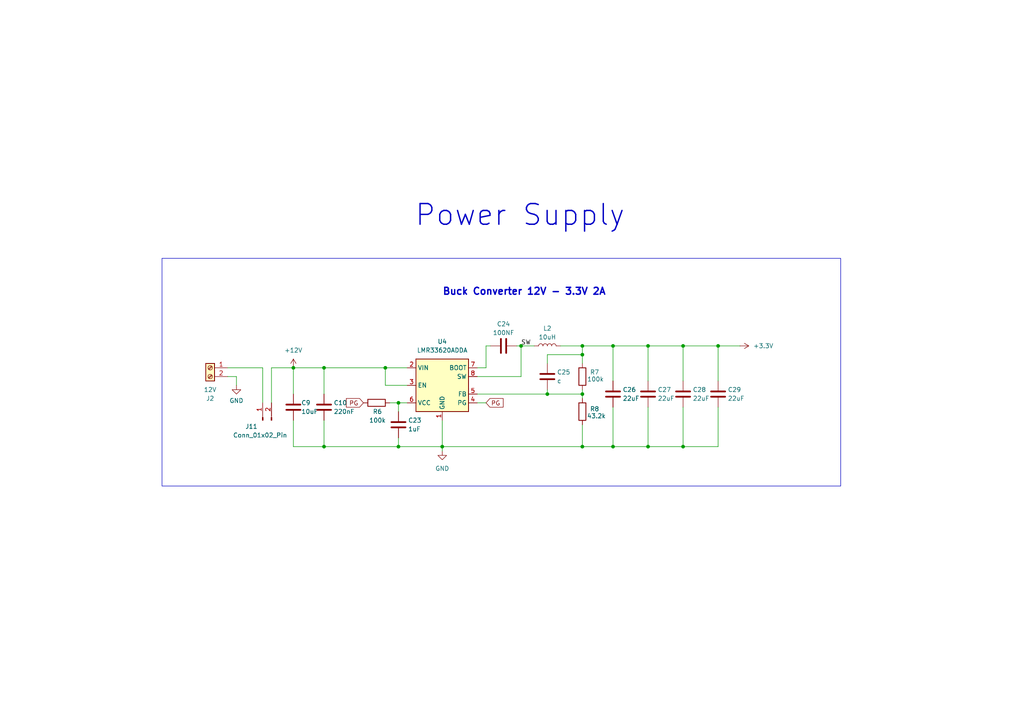
<source format=kicad_sch>
(kicad_sch (version 20231120) (generator "eeschema") (generator_version "8.0")
  (paper "A4")
  (lib_symbols
    (symbol "Connector:Conn_01x02_Pin" (pin_names (offset 1.016) hide)
      (property "Reference" "J" (at 0 2.54 0))
      (property "Value" "Conn_01x02_Pin" (at 0 -5.08 0))
      (symbol "Conn_01x02_Pin_1_1"
        (polyline (pts (xy 1.27 -2.54) (xy 0.8636 -2.54)) (stroke (width 0.1524)))
        (polyline (pts (xy 1.27 0) (xy 0.8636 0)) (stroke (width 0.1524)))
        (rectangle (start 0.8636 -2.413) (end 0 -2.667) (stroke (width 0.1524)) (fill (type outline)))
        (rectangle (start 0.8636 0.127) (end 0 -0.127) (stroke (width 0.1524)) (fill (type outline)))
        (pin passive line (at 5.08 0 180) (length 3.81) (name "Pin_1") (number "1"))
        (pin passive line (at 5.08 -2.54 180) (length 3.81) (name "Pin_2") (number "2"))
      )
    )
    (symbol "Connector:Screw_Terminal_01x02" (pin_names (offset 1.016) hide)
      (property "Reference" "J" (at 0 2.54 0))
      (property "Value" "Screw_Terminal_01x02" (at 0 -5.08 0))
      (symbol "Screw_Terminal_01x02_1_1"
        (rectangle (start -1.27 1.27) (end 1.27 -3.81) (stroke (width 0.254)) (fill (type background)))
        (circle (center 0 -2.54) (radius 0.635) (stroke (width 0.1524)))
        (polyline (pts (xy -0.5334 -2.2098) (xy 0.3302 -3.048)) (stroke (width 0.1524)))
        (polyline (pts (xy -0.5334 0.3302) (xy 0.3302 -0.508)) (stroke (width 0.1524)))
        (polyline (pts (xy -0.3556 -2.032) (xy 0.508 -2.8702)) (stroke (width 0.1524)))
        (polyline (pts (xy -0.3556 0.508) (xy 0.508 -0.3302)) (stroke (width 0.1524)))
        (circle (center 0 0) (radius 0.635) (stroke (width 0.1524)))
        (pin passive line (at -5.08 0 0) (length 3.81) (name "Pin_1") (number "1"))
        (pin passive line (at -5.08 -2.54 0) (length 3.81) (name "Pin_2") (number "2"))
      )
    )
    (symbol "Device:C" (pin_numbers hide) (pin_names (offset 0.254))
      (property "Reference" "C" (at 0.635 2.54 0))
      (property "Value" "C" (at 0.635 -2.54 0))
      (symbol "C_0_1"
        (polyline (pts (xy -2.032 -0.762) (xy 2.032 -0.762)) (stroke (width 0.508)))
        (polyline (pts (xy -2.032 0.762) (xy 2.032 0.762)) (stroke (width 0.508)))
      )
      (symbol "C_1_1"
        (pin passive line (at 0 3.81 270) (length 2.794) (name "~") (number "1"))
        (pin passive line (at 0 -3.81 90) (length 2.794) (name "~") (number "2"))
      )
    )
    (symbol "Device:L" (pin_numbers hide) (pin_names (offset 1.016) hide)
      (property "Reference" "L" (at -1.27 0 90))
      (property "Value" "L" (at 1.905 0 90))
      (symbol "L_0_1"
        (arc (start 0 -2.54) (mid 0.6323 -1.905) (end 0 -1.27))
        (arc (start 0 -1.27) (mid 0.6323 -0.635) (end 0 0))
        (arc (start 0 0) (mid 0.6323 0.635) (end 0 1.27))
        (arc (start 0 1.27) (mid 0.6323 1.905) (end 0 2.54))
      )
      (symbol "L_1_1"
        (pin passive line (at 0 3.81 270) (length 1.27) (name "1") (number "1"))
        (pin passive line (at 0 -3.81 90) (length 1.27) (name "2") (number "2"))
      )
    )
    (symbol "Device:R" (pin_numbers hide) (pin_names (offset 0))
      (property "Reference" "R" (at 2.032 0 90))
      (property "Value" "R" (at 0 0 90))
      (symbol "R_0_1"
        (rectangle (start -1.016 -2.54) (end 1.016 2.54) (stroke (width 0.254)))
      )
      (symbol "R_1_1"
        (pin passive line (at 0 3.81 270) (length 1.27) (name "~") (number "1"))
        (pin passive line (at 0 -3.81 90) (length 1.27) (name "~") (number "2"))
      )
    )
    (symbol "GND_1" (power) (pin_numbers hide) (pin_names (offset 0) hide)
      (property "Value" "GND" (at 0 -3.81 0))
      (symbol "GND_1_0_1"
        (polyline (pts (xy 0 0) (xy 0 -1.27) (xy 1.27 -1.27) (xy 0 -2.54) (xy -1.27 -1.27) (xy 0 -1.27)))
      )
      (symbol "GND_1_1_1"
        (pin power_in line (at 0 0 270) (length 0) (name "~") (number "1"))
      )
    )
    (symbol "Regulator_Switching:LMR33620ADDA"
      (property "Reference" "U" (at 0 11.43 0))
      (property "Value" "LMR33620ADDA" (at 0 8.89 0))
      (symbol "LMR33620ADDA_0_1"
        (rectangle (start -7.62 7.62) (end 7.62 -7.62) (stroke (width 0.254)) (fill (type background)))
      )
      (symbol "LMR33620ADDA_1_1"
        (pin power_in line (at 0 -10.16 90) (length 2.54) (name "GND") (number "1"))
        (pin power_in line (at -10.16 5.08 0) (length 2.54) (name "VIN") (number "2"))
        (pin input line (at -10.16 0 0) (length 2.54) (name "EN") (number "3"))
        (pin open_collector line (at 10.16 -5.08 180) (length 2.54) (name "PG") (number "4"))
        (pin input line (at 10.16 -2.54 180) (length 2.54) (name "FB") (number "5"))
        (pin power_out line (at -10.16 -5.08 0) (length 2.54) (name "VCC") (number "6"))
        (pin input line (at 10.16 5.08 180) (length 2.54) (name "BOOT") (number "7"))
        (pin output line (at 10.16 2.54 180) (length 2.54) (name "SW") (number "8"))
        (pin passive line (at 0 -10.16 90) (length 2.54) hide (name "GND") (number "9"))
      )
    )
    (symbol "power:+12V" (power) (pin_numbers hide) (pin_names (offset 0) hide)
      (property "Value" "+12V" (at 0 3.556 0))
      (symbol "+12V_0_1"
        (polyline (pts (xy -0.762 1.27) (xy 0 2.54)))
        (polyline (pts (xy 0 0) (xy 0 2.54)))
        (polyline (pts (xy 0 2.54) (xy 0.762 1.27)))
      )
      (symbol "+12V_1_1"
        (pin power_in line (at 0 0 90) (length 0) (name "~") (number "1"))
      )
    )
    (symbol "power:+3.3V" (power) (pin_numbers hide) (pin_names (offset 0) hide)
      (property "Value" "+3.3V" (at 0 3.556 0))
      (symbol "+3.3V_0_1"
        (polyline (pts (xy -0.762 1.27) (xy 0 2.54)))
        (polyline (pts (xy 0 0) (xy 0 2.54)))
        (polyline (pts (xy 0 2.54) (xy 0.762 1.27)))
      )
      (symbol "+3.3V_1_1"
        (pin power_in line (at 0 0 90) (length 0) (name "~") (number "1"))
      )
    )
    (symbol "power:GND" (power) (pin_names (offset 0))
      (property "Value" "GND" (at 0 -3.81 0))
      (symbol "GND_0_1"
        (polyline (pts (xy 0 0) (xy 0 -1.27) (xy 1.27 -1.27) (xy 0 -2.54) (xy -1.27 -1.27) (xy 0 -1.27)))
      )
      (symbol "GND_1_1"
        (pin power_in line (at 0 0 270) (length 0) hide (name "GND") (number "1"))
      )
    )
  )
  (junction (at 93.98 129.54))
  (junction (at 158.75 114.3))
  (junction (at 115.57 129.54))
  (junction (at 128.27 129.54))
  (junction (at 168.91 102.87))
  (junction (at 93.98 106.68))
  (junction (at 115.57 116.84))
  (junction (at 111.76 106.68))
  (junction (at 187.96 100.33))
  (junction (at 198.12 100.33))
  (junction (at 168.91 129.54))
  (junction (at 168.91 100.33))
  (junction (at 208.28 100.33))
  (junction (at 151.13 100.33))
  (junction (at 85.09 106.68))
  (junction (at 168.91 114.3))
  (junction (at 177.8 100.33))
  (junction (at 198.12 129.54))
  (junction (at 177.8 129.54))
  (junction (at 187.96 129.54))
  (wire (pts (xy 115.57 116.84) (xy 115.57 119.38)))
  (wire (pts (xy 187.96 100.33) (xy 198.12 100.33)))
  (wire (pts (xy 68.58 109.22) (xy 68.58 111.76)))
  (wire (pts (xy 85.09 121.92) (xy 85.09 129.54)))
  (wire (pts (xy 138.43 109.22) (xy 151.13 109.22)))
  (wire (pts (xy 198.12 100.33) (xy 198.12 110.49)))
  (wire (pts (xy 78.74 116.84) (xy 78.74 106.68)))
  (wire (pts (xy 208.28 129.54) (xy 198.12 129.54)))
  (wire (pts (xy 168.91 102.87) (xy 168.91 100.33)))
  (wire (pts (xy 151.13 100.33) (xy 151.13 109.22)))
  (wire (pts (xy 177.8 100.33) (xy 187.96 100.33)))
  (wire (pts (xy 168.91 113.03) (xy 168.91 114.3)))
  (wire (pts (xy 168.91 100.33) (xy 177.8 100.33)))
  (wire (pts (xy 187.96 129.54) (xy 198.12 129.54)))
  (wire (pts (xy 85.09 114.3) (xy 85.09 106.68)))
  (wire (pts (xy 93.98 106.68) (xy 93.98 114.3)))
  (wire (pts (xy 85.09 129.54) (xy 93.98 129.54)))
  (wire (pts (xy 138.43 114.3) (xy 158.75 114.3)))
  (wire (pts (xy 140.97 106.68) (xy 138.43 106.68)))
  (wire (pts (xy 168.91 100.33) (xy 162.56 100.33)))
  (wire (pts (xy 93.98 121.92) (xy 93.98 129.54)))
  (wire (pts (xy 138.43 116.84) (xy 140.97 116.84)))
  (wire (pts (xy 158.75 102.87) (xy 168.91 102.87)))
  (wire (pts (xy 140.97 100.33) (xy 140.97 106.68)))
  (wire (pts (xy 66.04 106.68) (xy 76.2 106.68)))
  (wire (pts (xy 78.74 106.68) (xy 85.09 106.68)))
  (wire (pts (xy 168.91 123.19) (xy 168.91 129.54)))
  (wire (pts (xy 198.12 118.11) (xy 198.12 129.54)))
  (wire (pts (xy 187.96 118.11) (xy 187.96 129.54)))
  (wire (pts (xy 158.75 114.3) (xy 158.75 113.03)))
  (wire (pts (xy 187.96 110.49) (xy 187.96 100.33)))
  (wire (pts (xy 168.91 105.41) (xy 168.91 102.87)))
  (wire (pts (xy 93.98 106.68) (xy 111.76 106.68)))
  (wire (pts (xy 140.97 100.33) (xy 142.24 100.33)))
  (wire (pts (xy 177.8 129.54) (xy 187.96 129.54)))
  (wire (pts (xy 151.13 100.33) (xy 149.86 100.33)))
  (wire (pts (xy 118.11 111.76) (xy 111.76 111.76)))
  (wire (pts (xy 151.13 100.33) (xy 154.94 100.33)))
  (wire (pts (xy 177.8 110.49) (xy 177.8 100.33)))
  (wire (pts (xy 76.2 106.68) (xy 76.2 116.84)))
  (wire (pts (xy 115.57 129.54) (xy 128.27 129.54)))
  (wire (pts (xy 208.28 100.33) (xy 214.63 100.33)))
  (wire (pts (xy 177.8 118.11) (xy 177.8 129.54)))
  (wire (pts (xy 158.75 114.3) (xy 168.91 114.3)))
  (wire (pts (xy 85.09 106.68) (xy 93.98 106.68)))
  (wire (pts (xy 128.27 121.92) (xy 128.27 129.54)))
  (wire (pts (xy 128.27 129.54) (xy 128.27 130.81)))
  (wire (pts (xy 113.03 116.84) (xy 115.57 116.84)))
  (wire (pts (xy 208.28 118.11) (xy 208.28 129.54)))
  (wire (pts (xy 66.04 109.22) (xy 68.58 109.22)))
  (wire (pts (xy 158.75 105.41) (xy 158.75 102.87)))
  (wire (pts (xy 168.91 114.3) (xy 168.91 115.57)))
  (wire (pts (xy 208.28 110.49) (xy 208.28 100.33)))
  (wire (pts (xy 111.76 111.76) (xy 111.76 106.68)))
  (wire (pts (xy 115.57 116.84) (xy 118.11 116.84)))
  (wire (pts (xy 168.91 129.54) (xy 177.8 129.54)))
  (wire (pts (xy 111.76 106.68) (xy 118.11 106.68)))
  (wire (pts (xy 168.91 129.54) (xy 128.27 129.54)))
  (wire (pts (xy 115.57 127) (xy 115.57 129.54)))
  (wire (pts (xy 198.12 100.33) (xy 208.28 100.33)))
  (wire (pts (xy 93.98 129.54) (xy 115.57 129.54)))
  (rectangle (start 46.99 74.93) (end 243.84 140.97))
  (text "Buck Converter 12V - 3.3V 2A\n" (at 128.27 85.852 0) (effects (font (size 2 2) (thickness 0.4) (bold yes)) (justify left bottom)))
  (text "Power Supply\n" (at 120.142 66.04 0) (effects (font (size 6 6) (thickness 0.4) (bold yes)) (justify left bottom)))
  (label "SW" (at 151.13 100.33 0))
  (global_label "PG" (shape input) (at 105.41 116.84 180) (property "Intersheetrefs" "${INTERSHEET_REFS}" (effects (hide yes))))
  (global_label "PG" (shape input) (at 140.97 116.84 0) (property "Intersheetrefs" "${INTERSHEET_REFS}" (effects (hide yes))))
  (symbol (lib_name "GND_1") (lib_id "power:GND") (at 128.27 130.81 0) (unit 1)
    (property "Reference" "#PWR012" (effects (hide yes)))
    (property "Value" "GND" (at 128.27 135.89 0))
    (property "Description" "Power symbol creates a global label with name \"GND\" , ground" (effects (hide yes)))
  )
  (symbol (lib_id "Device:C") (at 187.96 114.3 0) (unit 1)
    (property "Reference" "C27" (at 190.754 113.03 0) (effects (justify left)))
    (property "Value" "22uF" (at 190.754 115.57 0) (effects (justify left)))
    (property "Footprint" "Capacitor_SMD:C_0805_2012Metric" (effects (hide yes)))
  )
  (symbol (lib_id "Device:R") (at 168.91 119.38 180) (unit 1)
    (property "Reference" "R8" (at 172.466 118.618 0))
    (property "Value" "43.2k" (at 172.974 120.65 0))
    (property "Footprint" "Resistor_SMD:R_0603_1608Metric" (effects (hide yes)))
    (property "Description" "Resistor" (effects (hide yes)))
  )
  (symbol (lib_id "Device:C") (at 115.57 123.19 0) (unit 1)
    (property "Reference" "C23" (at 118.364 121.92 0) (effects (justify left)))
    (property "Value" "1uF" (at 118.364 124.46 0) (effects (justify left)))
    (property "Footprint" "Capacitor_SMD:C_0805_2012Metric" (effects (hide yes)))
  )
  (symbol (lib_id "power:+12V") (at 85.09 106.68 0) (unit 1)
    (property "Reference" "#PWR057" (effects (hide yes)))
    (property "Value" "+12V" (at 85.09 101.6 0))
    (property "Description" "Power symbol creates a global label with name \"+12V\"" (effects (hide yes)))
  )
  (symbol (lib_id "power:GND") (at 68.58 111.76 0) (unit 1)
    (property "Reference" "#PWR02" (effects (hide yes)))
    (property "Value" "GND" (at 68.58 116.205 0))
  )
  (symbol (lib_id "Device:C") (at 93.98 118.11 0) (unit 1)
    (property "Reference" "C10" (at 96.774 116.84 0) (effects (justify left)))
    (property "Value" "220nF" (at 96.774 119.38 0) (effects (justify left)))
    (property "Footprint" "Capacitor_SMD:C_0805_2012Metric" (effects (hide yes)))
  )
  (symbol (lib_id "Connector:Screw_Terminal_01x02") (at 60.96 106.68 0) (mirror y) (unit 1)
    (property "Reference" "J2" (at 60.96 115.57 0))
    (property "Value" "12V" (at 60.96 113.03 0))
    (property "Footprint" "Library:DC conn" (effects (hide yes)))
    (property "Description" "Generic screw terminal, single row, 01x02, script generated (kicad-library-utils/schlib/autogen/connector/)" (effects (hide yes)))
  )
  (symbol (lib_id "Device:C") (at 208.28 114.3 0) (unit 1)
    (property "Reference" "C29" (at 211.074 113.03 0) (effects (justify left)))
    (property "Value" "22uF" (at 211.074 115.57 0) (effects (justify left)))
    (property "Footprint" "Capacitor_SMD:C_0805_2012Metric" (effects (hide yes)))
  )
  (symbol (lib_id "Device:C") (at 146.05 100.33 90) (unit 1)
    (property "Reference" "C24" (at 146.05 93.98 90))
    (property "Value" "100NF" (at 146.05 96.52 90))
    (property "Footprint" "Capacitor_SMD:C_0603_1608Metric" (effects (hide yes)))
    (property "Description" "Unpolarized capacitor" (effects (hide yes)))
  )
  (symbol (lib_id "Device:C") (at 198.12 114.3 0) (unit 1)
    (property "Reference" "C28" (at 200.914 113.03 0) (effects (justify left)))
    (property "Value" "22uF" (at 200.914 115.57 0) (effects (justify left)))
    (property "Footprint" "Capacitor_SMD:C_0805_2012Metric" (effects (hide yes)))
  )
  (symbol (lib_id "Device:L") (at 158.75 100.33 90) (unit 1)
    (property "Reference" "L2" (at 158.75 95.25 90))
    (property "Value" "10uH" (at 158.75 97.79 90))
    (property "Footprint" "Inductor_SMD:L_Bourns_SRP5030T" (effects (hide yes)))
    (property "Description" "Inductor" (effects (hide yes)))
  )
  (symbol (lib_id "Device:R") (at 109.22 116.84 90) (unit 1)
    (property "Reference" "R6" (at 109.474 119.38 90))
    (property "Value" "100k" (at 109.474 121.92 90))
    (property "Footprint" "Resistor_SMD:R_0603_1608Metric" (effects (hide yes)))
    (property "Description" "Resistor" (effects (hide yes)))
  )
  (symbol (lib_id "Regulator_Switching:LMR33620ADDA") (at 128.27 111.76 0) (unit 1)
    (property "Reference" "U4" (at 128.27 99.06 0))
    (property "Value" "LMR33620ADDA" (at 128.27 101.6 0))
    (property "Footprint" "Package_SO:Texas_HSOP-8-1EP_3.9x4.9mm_P1.27mm_ThermalVias" (effects (hide yes)))
    (property "Datasheet" "http://www.ti.com/lit/ds/symlink/lmr33620.pdf" (effects (hide yes)))
    (property "Description" "Simple Switcher Synchronous Buck Regulator, Vin=3.8-36V, Iout=2A, F=400kHz, Adjustable output voltage, HSOP-8" (effects (hide yes)))
  )
  (symbol (lib_id "power:+3.3V") (at 214.63 100.33 270) (unit 1)
    (property "Reference" "#PWR021" (effects (hide yes)))
    (property "Value" "+3.3V" (at 218.44 100.3299 90) (effects (justify left)))
    (property "Description" "Power symbol creates a global label with name \"+3.3V\"" (effects (hide yes)))
  )
  (symbol (lib_id "Device:C") (at 85.09 118.11 0) (unit 1)
    (property "Reference" "C9" (at 87.376 116.84 0) (effects (justify left)))
    (property "Value" "10uF" (at 87.376 119.38 0) (effects (justify left)))
    (property "Footprint" "Capacitor_SMD:CP_Elec_4x3" (effects (hide yes)))
  )
  (symbol (lib_id "Device:C") (at 177.8 114.3 0) (unit 1)
    (property "Reference" "C26" (at 180.594 113.03 0) (effects (justify left)))
    (property "Value" "22uF" (at 180.594 115.57 0) (effects (justify left)))
    (property "Footprint" "Capacitor_SMD:C_0805_2012Metric" (effects (hide yes)))
  )
  (symbol (lib_id "Connector:Conn_01x02_Pin") (at 76.2 121.92 90) (unit 1)
    (property "Reference" "J11" (at 71.12 123.698 90) (effects (justify right)))
    (property "Value" "Conn_01x02_Pin" (at 67.564 126.238 90) (effects (justify right)))
    (property "Footprint" "Connector_PinHeader_2.00mm:PinHeader_1x02_P2.00mm_Vertical" (effects (hide yes)))
    (property "Description" "Generic connector, single row, 01x02, script generated" (effects (hide yes)))
  )
  (symbol (lib_id "Device:C") (at 158.75 109.22 0) (unit 1)
    (property "Reference" "C25" (at 161.544 107.95 0) (effects (justify left)))
    (property "Value" "c" (at 161.544 110.49 0) (effects (justify left)))
    (property "Footprint" "Capacitor_SMD:C_0805_2012Metric" (effects (hide yes)))
  )
  (symbol (lib_id "Device:R") (at 168.91 109.22 180) (unit 1)
    (property "Reference" "R7" (at 172.466 107.95 0))
    (property "Value" "100k" (at 172.72 109.982 0))
    (property "Footprint" "Resistor_SMD:R_0603_1608Metric" (effects (hide yes)))
    (property "Description" "Resistor" (effects (hide yes)))
  )
)
</source>
